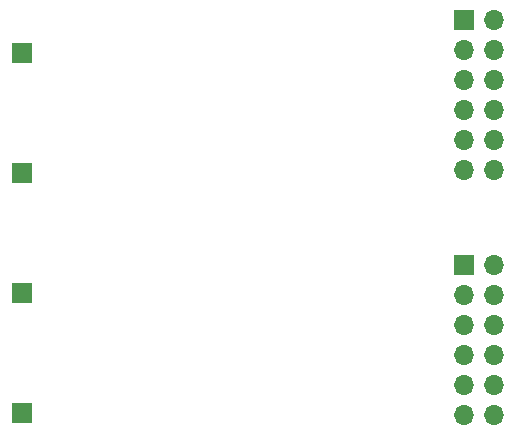
<source format=gbr>
G04 #@! TF.GenerationSoftware,KiCad,Pcbnew,7.0.6*
G04 #@! TF.CreationDate,2023-08-11T00:36:41+02:00*
G04 #@! TF.ProjectId,ADS868_Test,41445338-3638-45f5-9465-73742e6b6963,rev?*
G04 #@! TF.SameCoordinates,Original*
G04 #@! TF.FileFunction,Soldermask,Bot*
G04 #@! TF.FilePolarity,Negative*
%FSLAX46Y46*%
G04 Gerber Fmt 4.6, Leading zero omitted, Abs format (unit mm)*
G04 Created by KiCad (PCBNEW 7.0.6) date 2023-08-11 00:36:41*
%MOMM*%
%LPD*%
G01*
G04 APERTURE LIST*
%ADD10R,1.700000X1.700000*%
%ADD11O,1.700000X1.700000*%
G04 APERTURE END LIST*
D10*
G04 #@! TO.C,J105*
X141500000Y-55630000D03*
D11*
X144040000Y-55630000D03*
X141500000Y-58170000D03*
X144040000Y-58170000D03*
X141500000Y-60710000D03*
X144040000Y-60710000D03*
X141500000Y-63250000D03*
X144040000Y-63250000D03*
X141500000Y-65790000D03*
X144040000Y-65790000D03*
X141500000Y-68330000D03*
X144040000Y-68330000D03*
G04 #@! TD*
D10*
G04 #@! TO.C,J101*
X104140000Y-58420000D03*
G04 #@! TD*
G04 #@! TO.C,J104*
X104140000Y-88900000D03*
G04 #@! TD*
G04 #@! TO.C,J106*
X141500000Y-76320000D03*
D11*
X144040000Y-76320000D03*
X141500000Y-78860000D03*
X144040000Y-78860000D03*
X141500000Y-81400000D03*
X144040000Y-81400000D03*
X141500000Y-83940000D03*
X144040000Y-83940000D03*
X141500000Y-86480000D03*
X144040000Y-86480000D03*
X141500000Y-89020000D03*
X144040000Y-89020000D03*
G04 #@! TD*
D10*
G04 #@! TO.C,J103*
X104140000Y-78740000D03*
G04 #@! TD*
G04 #@! TO.C,J102*
X104140000Y-68580000D03*
G04 #@! TD*
M02*

</source>
